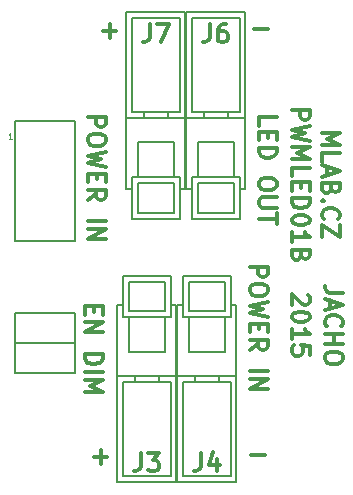
<source format=gbr>
G04 #@! TF.FileFunction,Legend,Top*
%FSLAX46Y46*%
G04 Gerber Fmt 4.6, Leading zero omitted, Abs format (unit mm)*
G04 Created by KiCad (PCBNEW (2015-05-13 BZR 5653)-product) date 2. 12. 2015 7:44:32*
%MOMM*%
G01*
G04 APERTURE LIST*
%ADD10C,0.300000*%
%ADD11C,0.150000*%
%ADD12C,0.304800*%
%ADD13C,0.050000*%
G04 APERTURE END LIST*
D10*
X21927429Y30602571D02*
X21927429Y31316857D01*
X23427429Y31316857D01*
X22713143Y30102571D02*
X22713143Y29602571D01*
X21927429Y29388285D02*
X21927429Y30102571D01*
X23427429Y30102571D01*
X23427429Y29388285D01*
X21927429Y28745428D02*
X23427429Y28745428D01*
X23427429Y28388285D01*
X23356000Y28174000D01*
X23213143Y28031142D01*
X23070286Y27959714D01*
X22784571Y27888285D01*
X22570286Y27888285D01*
X22284571Y27959714D01*
X22141714Y28031142D01*
X21998857Y28174000D01*
X21927429Y28388285D01*
X21927429Y28745428D01*
X23427429Y25816857D02*
X23427429Y25531143D01*
X23356000Y25388285D01*
X23213143Y25245428D01*
X22927429Y25174000D01*
X22427429Y25174000D01*
X22141714Y25245428D01*
X21998857Y25388285D01*
X21927429Y25531143D01*
X21927429Y25816857D01*
X21998857Y25959714D01*
X22141714Y26102571D01*
X22427429Y26174000D01*
X22927429Y26174000D01*
X23213143Y26102571D01*
X23356000Y25959714D01*
X23427429Y25816857D01*
X23427429Y24531142D02*
X22213143Y24531142D01*
X22070286Y24459714D01*
X21998857Y24388285D01*
X21927429Y24245428D01*
X21927429Y23959714D01*
X21998857Y23816856D01*
X22070286Y23745428D01*
X22213143Y23673999D01*
X23427429Y23673999D01*
X23427429Y23173999D02*
X23427429Y22316856D01*
X21927429Y22745427D02*
X23427429Y22745427D01*
X26078571Y16287428D02*
X26150000Y16215999D01*
X26221429Y16073142D01*
X26221429Y15715999D01*
X26150000Y15573142D01*
X26078571Y15501713D01*
X25935714Y15430285D01*
X25792857Y15430285D01*
X25578571Y15501713D01*
X24721429Y16358856D01*
X24721429Y15430285D01*
X26221429Y14501714D02*
X26221429Y14358857D01*
X26150000Y14216000D01*
X26078571Y14144571D01*
X25935714Y14073142D01*
X25650000Y14001714D01*
X25292857Y14001714D01*
X25007143Y14073142D01*
X24864286Y14144571D01*
X24792857Y14216000D01*
X24721429Y14358857D01*
X24721429Y14501714D01*
X24792857Y14644571D01*
X24864286Y14716000D01*
X25007143Y14787428D01*
X25292857Y14858857D01*
X25650000Y14858857D01*
X25935714Y14787428D01*
X26078571Y14716000D01*
X26150000Y14644571D01*
X26221429Y14501714D01*
X24721429Y12573143D02*
X24721429Y13430286D01*
X24721429Y13001714D02*
X26221429Y13001714D01*
X26007143Y13144571D01*
X25864286Y13287429D01*
X25792857Y13430286D01*
X26221429Y11216000D02*
X26221429Y11930286D01*
X25507143Y12001715D01*
X25578571Y11930286D01*
X25650000Y11787429D01*
X25650000Y11430286D01*
X25578571Y11287429D01*
X25507143Y11216000D01*
X25364286Y11144572D01*
X25007143Y11144572D01*
X24864286Y11216000D01*
X24792857Y11287429D01*
X24721429Y11430286D01*
X24721429Y11787429D01*
X24792857Y11930286D01*
X24864286Y12001715D01*
X29015429Y16466000D02*
X27944000Y16466000D01*
X27729714Y16537428D01*
X27586857Y16680285D01*
X27515429Y16894571D01*
X27515429Y17037428D01*
X27944000Y15823143D02*
X27944000Y15108857D01*
X27515429Y15966000D02*
X29015429Y15466000D01*
X27515429Y14966000D01*
X27658286Y13608857D02*
X27586857Y13680286D01*
X27515429Y13894572D01*
X27515429Y14037429D01*
X27586857Y14251714D01*
X27729714Y14394572D01*
X27872571Y14466000D01*
X28158286Y14537429D01*
X28372571Y14537429D01*
X28658286Y14466000D01*
X28801143Y14394572D01*
X28944000Y14251714D01*
X29015429Y14037429D01*
X29015429Y13894572D01*
X28944000Y13680286D01*
X28872571Y13608857D01*
X27515429Y12966000D02*
X29015429Y12966000D01*
X28301143Y12966000D02*
X28301143Y12108857D01*
X27515429Y12108857D02*
X29015429Y12108857D01*
X29015429Y11108857D02*
X29015429Y10823143D01*
X28944000Y10680285D01*
X28801143Y10537428D01*
X28515429Y10466000D01*
X28015429Y10466000D01*
X27729714Y10537428D01*
X27586857Y10680285D01*
X27515429Y10823143D01*
X27515429Y11108857D01*
X27586857Y11251714D01*
X27729714Y11394571D01*
X28015429Y11466000D01*
X28515429Y11466000D01*
X28801143Y11394571D01*
X28944000Y11251714D01*
X29015429Y11108857D01*
X27261429Y29975428D02*
X28761429Y29975428D01*
X27690000Y29475428D01*
X28761429Y28975428D01*
X27261429Y28975428D01*
X27261429Y27546856D02*
X27261429Y28261142D01*
X28761429Y28261142D01*
X27690000Y27118285D02*
X27690000Y26403999D01*
X27261429Y27261142D02*
X28761429Y26761142D01*
X27261429Y26261142D01*
X28047143Y25261142D02*
X27975714Y25046856D01*
X27904286Y24975428D01*
X27761429Y24903999D01*
X27547143Y24903999D01*
X27404286Y24975428D01*
X27332857Y25046856D01*
X27261429Y25189714D01*
X27261429Y25761142D01*
X28761429Y25761142D01*
X28761429Y25261142D01*
X28690000Y25118285D01*
X28618571Y25046856D01*
X28475714Y24975428D01*
X28332857Y24975428D01*
X28190000Y25046856D01*
X28118571Y25118285D01*
X28047143Y25261142D01*
X28047143Y25761142D01*
X27404286Y24261142D02*
X27332857Y24189714D01*
X27261429Y24261142D01*
X27332857Y24332571D01*
X27404286Y24261142D01*
X27261429Y24261142D01*
X27404286Y22689713D02*
X27332857Y22761142D01*
X27261429Y22975428D01*
X27261429Y23118285D01*
X27332857Y23332570D01*
X27475714Y23475428D01*
X27618571Y23546856D01*
X27904286Y23618285D01*
X28118571Y23618285D01*
X28404286Y23546856D01*
X28547143Y23475428D01*
X28690000Y23332570D01*
X28761429Y23118285D01*
X28761429Y22975428D01*
X28690000Y22761142D01*
X28618571Y22689713D01*
X28761429Y22189713D02*
X28761429Y21189713D01*
X27261429Y22189713D01*
X27261429Y21189713D01*
X24721429Y31975428D02*
X26221429Y31975428D01*
X26221429Y31404000D01*
X26150000Y31261142D01*
X26078571Y31189714D01*
X25935714Y31118285D01*
X25721429Y31118285D01*
X25578571Y31189714D01*
X25507143Y31261142D01*
X25435714Y31404000D01*
X25435714Y31975428D01*
X26221429Y30618285D02*
X24721429Y30261142D01*
X25792857Y29975428D01*
X24721429Y29689714D01*
X26221429Y29332571D01*
X24721429Y28761142D02*
X26221429Y28761142D01*
X25150000Y28261142D01*
X26221429Y27761142D01*
X24721429Y27761142D01*
X24721429Y26332570D02*
X24721429Y27046856D01*
X26221429Y27046856D01*
X25507143Y25832570D02*
X25507143Y25332570D01*
X24721429Y25118284D02*
X24721429Y25832570D01*
X26221429Y25832570D01*
X26221429Y25118284D01*
X24721429Y24475427D02*
X26221429Y24475427D01*
X26221429Y24118284D01*
X26150000Y23903999D01*
X26007143Y23761141D01*
X25864286Y23689713D01*
X25578571Y23618284D01*
X25364286Y23618284D01*
X25078571Y23689713D01*
X24935714Y23761141D01*
X24792857Y23903999D01*
X24721429Y24118284D01*
X24721429Y24475427D01*
X26221429Y22689713D02*
X26221429Y22546856D01*
X26150000Y22403999D01*
X26078571Y22332570D01*
X25935714Y22261141D01*
X25650000Y22189713D01*
X25292857Y22189713D01*
X25007143Y22261141D01*
X24864286Y22332570D01*
X24792857Y22403999D01*
X24721429Y22546856D01*
X24721429Y22689713D01*
X24792857Y22832570D01*
X24864286Y22903999D01*
X25007143Y22975427D01*
X25292857Y23046856D01*
X25650000Y23046856D01*
X25935714Y22975427D01*
X26078571Y22903999D01*
X26150000Y22832570D01*
X26221429Y22689713D01*
X24721429Y20761142D02*
X24721429Y21618285D01*
X24721429Y21189713D02*
X26221429Y21189713D01*
X26007143Y21332570D01*
X25864286Y21475428D01*
X25792857Y21618285D01*
X25507143Y19618285D02*
X25435714Y19403999D01*
X25364286Y19332571D01*
X25221429Y19261142D01*
X25007143Y19261142D01*
X24864286Y19332571D01*
X24792857Y19403999D01*
X24721429Y19546857D01*
X24721429Y20118285D01*
X26221429Y20118285D01*
X26221429Y19618285D01*
X26150000Y19475428D01*
X26078571Y19403999D01*
X25935714Y19332571D01*
X25792857Y19332571D01*
X25650000Y19403999D01*
X25578571Y19475428D01*
X25507143Y19618285D01*
X25507143Y20118285D01*
X21526572Y38754857D02*
X22669429Y38754857D01*
X9290857Y39179428D02*
X9290857Y38036571D01*
X8719429Y38608000D02*
X9862286Y38608000D01*
X21272572Y2686857D02*
X22415429Y2686857D01*
X8528857Y3111428D02*
X8528857Y1968571D01*
X7957429Y2540000D02*
X9100286Y2540000D01*
X21165429Y18640572D02*
X22665429Y18640572D01*
X22665429Y18069144D01*
X22594000Y17926286D01*
X22522571Y17854858D01*
X22379714Y17783429D01*
X22165429Y17783429D01*
X22022571Y17854858D01*
X21951143Y17926286D01*
X21879714Y18069144D01*
X21879714Y18640572D01*
X22665429Y16854858D02*
X22665429Y16569144D01*
X22594000Y16426286D01*
X22451143Y16283429D01*
X22165429Y16212001D01*
X21665429Y16212001D01*
X21379714Y16283429D01*
X21236857Y16426286D01*
X21165429Y16569144D01*
X21165429Y16854858D01*
X21236857Y16997715D01*
X21379714Y17140572D01*
X21665429Y17212001D01*
X22165429Y17212001D01*
X22451143Y17140572D01*
X22594000Y16997715D01*
X22665429Y16854858D01*
X22665429Y15712000D02*
X21165429Y15354857D01*
X22236857Y15069143D01*
X21165429Y14783429D01*
X22665429Y14426286D01*
X21951143Y13854857D02*
X21951143Y13354857D01*
X21165429Y13140571D02*
X21165429Y13854857D01*
X22665429Y13854857D01*
X22665429Y13140571D01*
X21165429Y11640571D02*
X21879714Y12140571D01*
X21165429Y12497714D02*
X22665429Y12497714D01*
X22665429Y11926286D01*
X22594000Y11783428D01*
X22522571Y11712000D01*
X22379714Y11640571D01*
X22165429Y11640571D01*
X22022571Y11712000D01*
X21951143Y11783428D01*
X21879714Y11926286D01*
X21879714Y12497714D01*
X21165429Y9854857D02*
X22665429Y9854857D01*
X21165429Y9140571D02*
X22665429Y9140571D01*
X21165429Y8283428D01*
X22665429Y8283428D01*
X7449429Y31340572D02*
X8949429Y31340572D01*
X8949429Y30769144D01*
X8878000Y30626286D01*
X8806571Y30554858D01*
X8663714Y30483429D01*
X8449429Y30483429D01*
X8306571Y30554858D01*
X8235143Y30626286D01*
X8163714Y30769144D01*
X8163714Y31340572D01*
X8949429Y29554858D02*
X8949429Y29269144D01*
X8878000Y29126286D01*
X8735143Y28983429D01*
X8449429Y28912001D01*
X7949429Y28912001D01*
X7663714Y28983429D01*
X7520857Y29126286D01*
X7449429Y29269144D01*
X7449429Y29554858D01*
X7520857Y29697715D01*
X7663714Y29840572D01*
X7949429Y29912001D01*
X8449429Y29912001D01*
X8735143Y29840572D01*
X8878000Y29697715D01*
X8949429Y29554858D01*
X8949429Y28412000D02*
X7449429Y28054857D01*
X8520857Y27769143D01*
X7449429Y27483429D01*
X8949429Y27126286D01*
X8235143Y26554857D02*
X8235143Y26054857D01*
X7449429Y25840571D02*
X7449429Y26554857D01*
X8949429Y26554857D01*
X8949429Y25840571D01*
X7449429Y24340571D02*
X8163714Y24840571D01*
X7449429Y25197714D02*
X8949429Y25197714D01*
X8949429Y24626286D01*
X8878000Y24483428D01*
X8806571Y24412000D01*
X8663714Y24340571D01*
X8449429Y24340571D01*
X8306571Y24412000D01*
X8235143Y24483428D01*
X8163714Y24626286D01*
X8163714Y25197714D01*
X7449429Y22554857D02*
X8949429Y22554857D01*
X7449429Y21840571D02*
X8949429Y21840571D01*
X7449429Y20983428D01*
X8949429Y20983428D01*
X7195429Y11259143D02*
X8695429Y11259143D01*
X8695429Y10902000D01*
X8624000Y10687715D01*
X8481143Y10544857D01*
X8338286Y10473429D01*
X8052571Y10402000D01*
X7838286Y10402000D01*
X7552571Y10473429D01*
X7409714Y10544857D01*
X7266857Y10687715D01*
X7195429Y10902000D01*
X7195429Y11259143D01*
X7195429Y9759143D02*
X8695429Y9759143D01*
X7195429Y9044857D02*
X8695429Y9044857D01*
X7624000Y8544857D01*
X8695429Y8044857D01*
X7195429Y8044857D01*
X7981143Y15331143D02*
X7981143Y14831143D01*
X7195429Y14616857D02*
X7195429Y15331143D01*
X8695429Y15331143D01*
X8695429Y14616857D01*
X7195429Y13974000D02*
X8695429Y13974000D01*
X7195429Y13116857D01*
X8695429Y13116857D01*
D11*
X1270000Y9652000D02*
X1270000Y12192000D01*
X1270000Y12192000D02*
X6350000Y12192000D01*
X6350000Y12192000D02*
X6350000Y9652000D01*
X6350000Y9652000D02*
X1270000Y9652000D01*
X1270000Y12192000D02*
X1270000Y14732000D01*
X1270000Y14732000D02*
X6350000Y14732000D01*
X6350000Y14732000D02*
X6350000Y12192000D01*
X6350000Y12192000D02*
X1270000Y12192000D01*
X14946000Y15414000D02*
X14446000Y15414000D01*
X10446000Y15414000D02*
X9946000Y15414000D01*
X14946100Y9414000D02*
X9945900Y9414000D01*
X14946100Y414000D02*
X9945900Y414000D01*
X13947000Y17414000D02*
X10945000Y17414000D01*
X13947000Y14914100D02*
X10945000Y14914100D01*
X10446000Y17914100D02*
X14446000Y17914100D01*
X10446000Y14414000D02*
X14446000Y14414000D01*
X13946100Y11414000D02*
X10945900Y11414000D01*
X10446000Y8913900D02*
X14446000Y8913900D01*
X14446000Y913900D02*
X10446000Y913900D01*
X13446000Y8913900D02*
X13446000Y9414000D01*
X13946000Y14914100D02*
X13946000Y17414000D01*
X14446000Y14414000D02*
X14446000Y17914100D01*
X11446000Y8913900D02*
X11446000Y9414000D01*
X10946000Y14914100D02*
X10946000Y17414000D01*
X10446000Y14414000D02*
X10446000Y17915000D01*
X13946000Y11414000D02*
X13946000Y14414000D01*
X14446000Y913900D02*
X14446000Y8913900D01*
X14946000Y9414000D02*
X14946000Y15414000D01*
X10946000Y11414000D02*
X10946000Y14414000D01*
X10446000Y913900D02*
X10446000Y8913900D01*
X9946000Y9414000D02*
X9946000Y15414000D01*
X14946000Y9414000D02*
X14946000Y414000D01*
X9946000Y414000D02*
X9946000Y9414000D01*
X20026000Y15414000D02*
X19526000Y15414000D01*
X15526000Y15414000D02*
X15026000Y15414000D01*
X20026100Y9414000D02*
X15025900Y9414000D01*
X20026100Y414000D02*
X15025900Y414000D01*
X19027000Y17414000D02*
X16025000Y17414000D01*
X19027000Y14914100D02*
X16025000Y14914100D01*
X15526000Y17914100D02*
X19526000Y17914100D01*
X15526000Y14414000D02*
X19526000Y14414000D01*
X19026100Y11414000D02*
X16025900Y11414000D01*
X15526000Y8913900D02*
X19526000Y8913900D01*
X19526000Y913900D02*
X15526000Y913900D01*
X18526000Y8913900D02*
X18526000Y9414000D01*
X19026000Y14914100D02*
X19026000Y17414000D01*
X19526000Y14414000D02*
X19526000Y17914100D01*
X16526000Y8913900D02*
X16526000Y9414000D01*
X16026000Y14914100D02*
X16026000Y17414000D01*
X15526000Y14414000D02*
X15526000Y17915000D01*
X19026000Y11414000D02*
X19026000Y14414000D01*
X19526000Y913900D02*
X19526000Y8913900D01*
X20026000Y9414000D02*
X20026000Y15414000D01*
X16026000Y11414000D02*
X16026000Y14414000D01*
X15526000Y913900D02*
X15526000Y8913900D01*
X15026000Y9414000D02*
X15026000Y15414000D01*
X20026000Y9414000D02*
X20026000Y414000D01*
X15026000Y414000D02*
X15026000Y9414000D01*
X1270000Y30988000D02*
X6350000Y30988000D01*
X6350000Y30988000D02*
X6350000Y20828000D01*
X6350000Y20828000D02*
X1270000Y20828000D01*
X1270000Y20828000D02*
X1270000Y30988000D01*
X15788000Y25226000D02*
X16288000Y25226000D01*
X20288000Y25226000D02*
X20788000Y25226000D01*
X15787900Y31226000D02*
X20788100Y31226000D01*
X15787900Y40226000D02*
X20788100Y40226000D01*
X16787000Y23226000D02*
X19789000Y23226000D01*
X16787000Y25725900D02*
X19789000Y25725900D01*
X20288000Y22725900D02*
X16288000Y22725900D01*
X20288000Y26226000D02*
X16288000Y26226000D01*
X16787900Y29226000D02*
X19788100Y29226000D01*
X20288000Y31726100D02*
X16288000Y31726100D01*
X16288000Y39726100D02*
X20288000Y39726100D01*
X17288000Y31726100D02*
X17288000Y31226000D01*
X16788000Y25725900D02*
X16788000Y23226000D01*
X16288000Y26226000D02*
X16288000Y22725900D01*
X19288000Y31726100D02*
X19288000Y31226000D01*
X19788000Y25725900D02*
X19788000Y23226000D01*
X20288000Y26226000D02*
X20288000Y22725000D01*
X16788000Y29226000D02*
X16788000Y26226000D01*
X16288000Y39726100D02*
X16288000Y31726100D01*
X15788000Y31226000D02*
X15788000Y25226000D01*
X19788000Y29226000D02*
X19788000Y26226000D01*
X20288000Y39726100D02*
X20288000Y31726100D01*
X20788000Y31226000D02*
X20788000Y25226000D01*
X15788000Y31226000D02*
X15788000Y40226000D01*
X20788000Y40226000D02*
X20788000Y31226000D01*
X10708000Y25226000D02*
X11208000Y25226000D01*
X15208000Y25226000D02*
X15708000Y25226000D01*
X10707900Y31226000D02*
X15708100Y31226000D01*
X10707900Y40226000D02*
X15708100Y40226000D01*
X11707000Y23226000D02*
X14709000Y23226000D01*
X11707000Y25725900D02*
X14709000Y25725900D01*
X15208000Y22725900D02*
X11208000Y22725900D01*
X15208000Y26226000D02*
X11208000Y26226000D01*
X11707900Y29226000D02*
X14708100Y29226000D01*
X15208000Y31726100D02*
X11208000Y31726100D01*
X11208000Y39726100D02*
X15208000Y39726100D01*
X12208000Y31726100D02*
X12208000Y31226000D01*
X11708000Y25725900D02*
X11708000Y23226000D01*
X11208000Y26226000D02*
X11208000Y22725900D01*
X14208000Y31726100D02*
X14208000Y31226000D01*
X14708000Y25725900D02*
X14708000Y23226000D01*
X15208000Y26226000D02*
X15208000Y22725000D01*
X11708000Y29226000D02*
X11708000Y26226000D01*
X11208000Y39726100D02*
X11208000Y31726100D01*
X10708000Y31226000D02*
X10708000Y25226000D01*
X14708000Y29226000D02*
X14708000Y26226000D01*
X15208000Y39726100D02*
X15208000Y31726100D01*
X15708000Y31226000D02*
X15708000Y25226000D01*
X10708000Y31226000D02*
X10708000Y40226000D01*
X15708000Y40226000D02*
X15708000Y31226000D01*
D12*
X11938000Y2866571D02*
X11938000Y1778000D01*
X11865428Y1560286D01*
X11720285Y1415143D01*
X11502571Y1342571D01*
X11357428Y1342571D01*
X12518571Y2866571D02*
X13462000Y2866571D01*
X12954000Y2286000D01*
X13171714Y2286000D01*
X13316857Y2213429D01*
X13389428Y2140857D01*
X13462000Y1995714D01*
X13462000Y1632857D01*
X13389428Y1487714D01*
X13316857Y1415143D01*
X13171714Y1342571D01*
X12736286Y1342571D01*
X12591143Y1415143D01*
X12518571Y1487714D01*
X17018000Y2866571D02*
X17018000Y1778000D01*
X16945428Y1560286D01*
X16800285Y1415143D01*
X16582571Y1342571D01*
X16437428Y1342571D01*
X18396857Y2358571D02*
X18396857Y1342571D01*
X18034000Y2939143D02*
X17671143Y1850571D01*
X18614571Y1850571D01*
D13*
X1031857Y29491810D02*
X746143Y29491810D01*
X889000Y29491810D02*
X889000Y29991810D01*
X841381Y29920381D01*
X793762Y29872762D01*
X746143Y29848952D01*
D12*
X17780000Y39188571D02*
X17780000Y38100000D01*
X17707428Y37882286D01*
X17562285Y37737143D01*
X17344571Y37664571D01*
X17199428Y37664571D01*
X19158857Y39188571D02*
X18868571Y39188571D01*
X18723428Y39116000D01*
X18650857Y39043429D01*
X18505714Y38825714D01*
X18433143Y38535429D01*
X18433143Y37954857D01*
X18505714Y37809714D01*
X18578286Y37737143D01*
X18723428Y37664571D01*
X19013714Y37664571D01*
X19158857Y37737143D01*
X19231428Y37809714D01*
X19304000Y37954857D01*
X19304000Y38317714D01*
X19231428Y38462857D01*
X19158857Y38535429D01*
X19013714Y38608000D01*
X18723428Y38608000D01*
X18578286Y38535429D01*
X18505714Y38462857D01*
X18433143Y38317714D01*
X12700000Y39188571D02*
X12700000Y38100000D01*
X12627428Y37882286D01*
X12482285Y37737143D01*
X12264571Y37664571D01*
X12119428Y37664571D01*
X13280571Y39188571D02*
X14296571Y39188571D01*
X13643428Y37664571D01*
M02*

</source>
